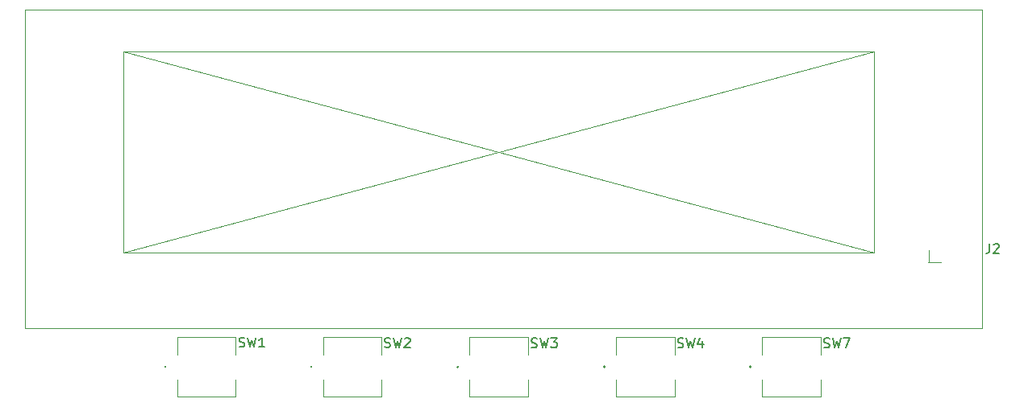
<source format=gto>
%TF.GenerationSoftware,KiCad,Pcbnew,(6.0.0-0)*%
%TF.CreationDate,2022-02-21T20:15:33+01:00*%
%TF.ProjectId,MiliOhmMeter,4d696c69-4f68-46d4-9d65-7465722e6b69,rev?*%
%TF.SameCoordinates,Original*%
%TF.FileFunction,Legend,Top*%
%TF.FilePolarity,Positive*%
%FSLAX46Y46*%
G04 Gerber Fmt 4.6, Leading zero omitted, Abs format (unit mm)*
G04 Created by KiCad (PCBNEW (6.0.0-0)) date 2022-02-21 20:15:33*
%MOMM*%
%LPD*%
G01*
G04 APERTURE LIST*
G04 Aperture macros list*
%AMRoundRect*
0 Rectangle with rounded corners*
0 $1 Rounding radius*
0 $2 $3 $4 $5 $6 $7 $8 $9 X,Y pos of 4 corners*
0 Add a 4 corners polygon primitive as box body*
4,1,4,$2,$3,$4,$5,$6,$7,$8,$9,$2,$3,0*
0 Add four circle primitives for the rounded corners*
1,1,$1+$1,$2,$3*
1,1,$1+$1,$4,$5*
1,1,$1+$1,$6,$7*
1,1,$1+$1,$8,$9*
0 Add four rect primitives between the rounded corners*
20,1,$1+$1,$2,$3,$4,$5,0*
20,1,$1+$1,$4,$5,$6,$7,0*
20,1,$1+$1,$6,$7,$8,$9,0*
20,1,$1+$1,$8,$9,$2,$3,0*%
G04 Aperture macros list end*
%ADD10C,0.150000*%
%ADD11C,0.120000*%
%ADD12R,2.311400X1.955800*%
%ADD13C,5.499999*%
%ADD14C,3.000000*%
%ADD15R,1.700000X1.700000*%
%ADD16O,1.700000X1.700000*%
%ADD17RoundRect,0.250000X-0.600000X0.600000X-0.600000X-0.600000X0.600000X-0.600000X0.600000X0.600000X0*%
%ADD18C,1.700000*%
%ADD19O,1.100000X2.200000*%
%ADD20O,1.100000X1.800000*%
G04 APERTURE END LIST*
D10*
%TO.C,SW2*%
X97345666Y-107745161D02*
X97488523Y-107792780D01*
X97726619Y-107792780D01*
X97821857Y-107745161D01*
X97869476Y-107697542D01*
X97917095Y-107602304D01*
X97917095Y-107507066D01*
X97869476Y-107411828D01*
X97821857Y-107364209D01*
X97726619Y-107316590D01*
X97536142Y-107268971D01*
X97440904Y-107221352D01*
X97393285Y-107173733D01*
X97345666Y-107078495D01*
X97345666Y-106983257D01*
X97393285Y-106888019D01*
X97440904Y-106840400D01*
X97536142Y-106792780D01*
X97774238Y-106792780D01*
X97917095Y-106840400D01*
X98250428Y-106792780D02*
X98488523Y-107792780D01*
X98679000Y-107078495D01*
X98869476Y-107792780D01*
X99107571Y-106792780D01*
X99440904Y-106888019D02*
X99488523Y-106840400D01*
X99583761Y-106792780D01*
X99821857Y-106792780D01*
X99917095Y-106840400D01*
X99964714Y-106888019D01*
X100012333Y-106983257D01*
X100012333Y-107078495D01*
X99964714Y-107221352D01*
X99393285Y-107792780D01*
X100012333Y-107792780D01*
%TO.C,SW3*%
X112763466Y-107770561D02*
X112906323Y-107818180D01*
X113144419Y-107818180D01*
X113239657Y-107770561D01*
X113287276Y-107722942D01*
X113334895Y-107627704D01*
X113334895Y-107532466D01*
X113287276Y-107437228D01*
X113239657Y-107389609D01*
X113144419Y-107341990D01*
X112953942Y-107294371D01*
X112858704Y-107246752D01*
X112811085Y-107199133D01*
X112763466Y-107103895D01*
X112763466Y-107008657D01*
X112811085Y-106913419D01*
X112858704Y-106865800D01*
X112953942Y-106818180D01*
X113192038Y-106818180D01*
X113334895Y-106865800D01*
X113668228Y-106818180D02*
X113906323Y-107818180D01*
X114096800Y-107103895D01*
X114287276Y-107818180D01*
X114525371Y-106818180D01*
X114811085Y-106818180D02*
X115430133Y-106818180D01*
X115096800Y-107199133D01*
X115239657Y-107199133D01*
X115334895Y-107246752D01*
X115382514Y-107294371D01*
X115430133Y-107389609D01*
X115430133Y-107627704D01*
X115382514Y-107722942D01*
X115334895Y-107770561D01*
X115239657Y-107818180D01*
X114953942Y-107818180D01*
X114858704Y-107770561D01*
X114811085Y-107722942D01*
%TO.C,SW7*%
X143472066Y-107770561D02*
X143614923Y-107818180D01*
X143853019Y-107818180D01*
X143948257Y-107770561D01*
X143995876Y-107722942D01*
X144043495Y-107627704D01*
X144043495Y-107532466D01*
X143995876Y-107437228D01*
X143948257Y-107389609D01*
X143853019Y-107341990D01*
X143662542Y-107294371D01*
X143567304Y-107246752D01*
X143519685Y-107199133D01*
X143472066Y-107103895D01*
X143472066Y-107008657D01*
X143519685Y-106913419D01*
X143567304Y-106865800D01*
X143662542Y-106818180D01*
X143900638Y-106818180D01*
X144043495Y-106865800D01*
X144376828Y-106818180D02*
X144614923Y-107818180D01*
X144805400Y-107103895D01*
X144995876Y-107818180D01*
X145233971Y-106818180D01*
X145519685Y-106818180D02*
X146186352Y-106818180D01*
X145757780Y-107818180D01*
%TO.C,SW4*%
X128130466Y-107770561D02*
X128273323Y-107818180D01*
X128511419Y-107818180D01*
X128606657Y-107770561D01*
X128654276Y-107722942D01*
X128701895Y-107627704D01*
X128701895Y-107532466D01*
X128654276Y-107437228D01*
X128606657Y-107389609D01*
X128511419Y-107341990D01*
X128320942Y-107294371D01*
X128225704Y-107246752D01*
X128178085Y-107199133D01*
X128130466Y-107103895D01*
X128130466Y-107008657D01*
X128178085Y-106913419D01*
X128225704Y-106865800D01*
X128320942Y-106818180D01*
X128559038Y-106818180D01*
X128701895Y-106865800D01*
X129035228Y-106818180D02*
X129273323Y-107818180D01*
X129463800Y-107103895D01*
X129654276Y-107818180D01*
X129892371Y-106818180D01*
X130701895Y-107151514D02*
X130701895Y-107818180D01*
X130463800Y-106770561D02*
X130225704Y-107484847D01*
X130844752Y-107484847D01*
%TO.C,SW1*%
X82054866Y-107694361D02*
X82197723Y-107741980D01*
X82435819Y-107741980D01*
X82531057Y-107694361D01*
X82578676Y-107646742D01*
X82626295Y-107551504D01*
X82626295Y-107456266D01*
X82578676Y-107361028D01*
X82531057Y-107313409D01*
X82435819Y-107265790D01*
X82245342Y-107218171D01*
X82150104Y-107170552D01*
X82102485Y-107122933D01*
X82054866Y-107027695D01*
X82054866Y-106932457D01*
X82102485Y-106837219D01*
X82150104Y-106789600D01*
X82245342Y-106741980D01*
X82483438Y-106741980D01*
X82626295Y-106789600D01*
X82959628Y-106741980D02*
X83197723Y-107741980D01*
X83388200Y-107027695D01*
X83578676Y-107741980D01*
X83816771Y-106741980D01*
X84721533Y-107741980D02*
X84150104Y-107741980D01*
X84435819Y-107741980D02*
X84435819Y-106741980D01*
X84340580Y-106884838D01*
X84245342Y-106980076D01*
X84150104Y-107027695D01*
%TO.C,J2*%
X160855066Y-96886780D02*
X160855066Y-97601066D01*
X160807447Y-97743923D01*
X160712209Y-97839161D01*
X160569352Y-97886780D01*
X160474114Y-97886780D01*
X161283638Y-96982019D02*
X161331257Y-96934400D01*
X161426495Y-96886780D01*
X161664590Y-96886780D01*
X161759828Y-96934400D01*
X161807447Y-96982019D01*
X161855066Y-97077257D01*
X161855066Y-97172495D01*
X161807447Y-97315352D01*
X161236019Y-97886780D01*
X161855066Y-97886780D01*
D11*
%TO.C,SW2*%
X97028000Y-108518960D02*
X97028000Y-106705400D01*
X90881200Y-111140240D02*
X90881200Y-112953800D01*
X90881200Y-106705400D02*
X90881200Y-108518960D01*
X90881200Y-112953800D02*
X97028000Y-112953800D01*
X97028000Y-106705400D02*
X90881200Y-106705400D01*
X97028000Y-112953800D02*
X97028000Y-111140240D01*
X89750614Y-109829600D02*
G75*
G03*
X89750614Y-109829600I-101600J0D01*
G01*
%TO.C,SW3*%
X106260493Y-111165640D02*
X106260493Y-112979200D01*
X106260493Y-112979200D02*
X112407293Y-112979200D01*
X112407293Y-112979200D02*
X112407293Y-111165640D01*
X112407293Y-106730800D02*
X106260493Y-106730800D01*
X112407293Y-108544360D02*
X112407293Y-106730800D01*
X106260493Y-106730800D02*
X106260493Y-108544360D01*
X105129907Y-109855000D02*
G75*
G03*
X105129907Y-109855000I-101600J0D01*
G01*
%TO.C,SW7*%
X136956800Y-106705400D02*
X136956800Y-108518960D01*
X143103600Y-108518960D02*
X143103600Y-106705400D01*
X136956800Y-111140240D02*
X136956800Y-112953800D01*
X143103600Y-112953800D02*
X143103600Y-111140240D01*
X143103600Y-106705400D02*
X136956800Y-106705400D01*
X136956800Y-112953800D02*
X143103600Y-112953800D01*
X135826214Y-109829600D02*
G75*
G03*
X135826214Y-109829600I-101600J0D01*
G01*
%TO.C,SW4*%
X121627493Y-112953800D02*
X127774293Y-112953800D01*
X127774293Y-112953800D02*
X127774293Y-111140240D01*
X127774293Y-108518960D02*
X127774293Y-106705400D01*
X127774293Y-106705400D02*
X121627493Y-106705400D01*
X121627493Y-111140240D02*
X121627493Y-112953800D01*
X121627493Y-106705400D02*
X121627493Y-108518960D01*
X120496907Y-109829600D02*
G75*
G03*
X120496907Y-109829600I-101600J0D01*
G01*
%TO.C,SW1*%
X81686400Y-112953800D02*
X81686400Y-111140240D01*
X75539600Y-106705400D02*
X75539600Y-108518960D01*
X81686400Y-106705400D02*
X75539600Y-106705400D01*
X75539600Y-111140240D02*
X75539600Y-112953800D01*
X81686400Y-108518960D02*
X81686400Y-106705400D01*
X75539600Y-112953800D02*
X81686400Y-112953800D01*
X74409014Y-109829600D02*
G75*
G03*
X74409014Y-109829600I-101600J0D01*
G01*
%TO.C,J2*%
X69920800Y-97843000D02*
X148720800Y-97843000D01*
X148720800Y-97843000D02*
X69920800Y-76663000D01*
X160070800Y-105763000D02*
X160070800Y-72263000D01*
X148720800Y-76663000D02*
X148720800Y-97843000D01*
X59570800Y-105763000D02*
X160070800Y-105763000D01*
X155770800Y-98833000D02*
X154440800Y-98833000D01*
X69920800Y-76663000D02*
X69920800Y-97843000D01*
X154450800Y-97513000D02*
X154450800Y-98843000D01*
X160070800Y-72263000D02*
X59570800Y-72263000D01*
X69920800Y-97843000D02*
X148720800Y-76663000D01*
X148720800Y-76663000D02*
X69920800Y-76663000D01*
X59570800Y-72263000D02*
X59570800Y-105763000D01*
%TD*%
%LPC*%
D12*
%TO.C,SW2*%
X91505502Y-109829600D03*
X96403698Y-109829600D03*
%TD*%
D13*
%TO.C,H6*%
X58547000Y-68910200D03*
%TD*%
%TO.C,H4*%
X177571400Y-68986400D03*
%TD*%
%TO.C,H3*%
X177546000Y-122910600D03*
%TD*%
D12*
%TO.C,SW3*%
X106884795Y-109855000D03*
X111782991Y-109855000D03*
%TD*%
%TO.C,SW7*%
X137581102Y-109829600D03*
X142479298Y-109829600D03*
%TD*%
%TO.C,SW4*%
X122251795Y-109829600D03*
X127149991Y-109829600D03*
%TD*%
D13*
%TO.C,H1*%
X58547000Y-122910600D03*
%TD*%
D12*
%TO.C,SW1*%
X76163902Y-109829600D03*
X81062098Y-109829600D03*
%TD*%
D13*
%TO.C,H2*%
X118033800Y-122910600D03*
%TD*%
%TO.C,H5*%
X118033800Y-68910200D03*
%TD*%
D14*
%TO.C,J2*%
X156820800Y-103263000D03*
X156820800Y-74763000D03*
X61820800Y-103263000D03*
X61820800Y-74763000D03*
D15*
X155780800Y-97653000D03*
D16*
X158320800Y-97653000D03*
X155780800Y-95113000D03*
X158320800Y-95113000D03*
X155780800Y-92573000D03*
X158320800Y-92573000D03*
X155780800Y-90033000D03*
X158320800Y-90033000D03*
X155780800Y-87493000D03*
X158320800Y-87493000D03*
X155780800Y-84953000D03*
X158320800Y-84953000D03*
X155780800Y-82413000D03*
X158320800Y-82413000D03*
X155780800Y-79873000D03*
X158320800Y-79873000D03*
%TD*%
D17*
%TO.C,X3*%
X94767400Y-118262400D03*
D18*
X94767400Y-120802400D03*
X97307400Y-118262400D03*
X97307400Y-120802400D03*
X99847400Y-118262400D03*
X99847400Y-120802400D03*
X102387400Y-118262400D03*
X102387400Y-120802400D03*
%TD*%
D17*
%TO.C,X1*%
X132867400Y-118262400D03*
D18*
X132867400Y-120802400D03*
X135407400Y-118262400D03*
X135407400Y-120802400D03*
X137947400Y-118262400D03*
X137947400Y-120802400D03*
%TD*%
D17*
%TO.C,X6*%
X73431400Y-118262400D03*
D18*
X73431400Y-120802400D03*
X75971400Y-118262400D03*
X75971400Y-120802400D03*
X78511400Y-118262400D03*
X78511400Y-120802400D03*
%TD*%
D19*
%TO.C,J1*%
X60364800Y-111455200D03*
D20*
X62514800Y-108655200D03*
X62514800Y-114255200D03*
%TD*%
M02*

</source>
